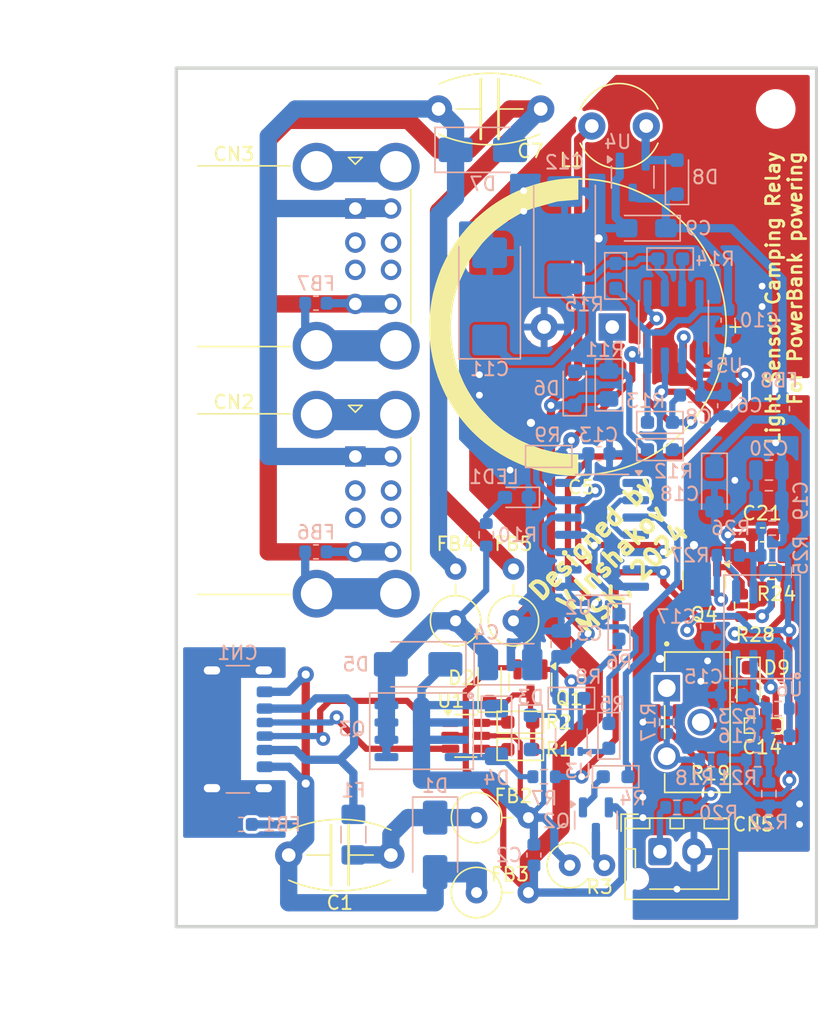
<source format=kicad_pcb>
(kicad_pcb (version 20240108) (generator "pcbnew") (generator_version "8.0")
  (layers (0 "F.Cu" signal) (31 "B.Cu" signal) (34 "B.Paste" user) (35 "F.Paste" user) (36 "B.SilkS" user "B.Silkscreen") (37 "F.SilkS" user "F.Silkscreen") (38 "B.Mask" user) (39 "F.Mask" user) (44 "Edge.Cuts" user))
  (net 0 "")
  (net 1 "GNDE")
  (net 2 "/SH-NET")
  (net 3 "Net-(CN1-VBUS-PadA9)")
  (net 4 "Net-(CN1-CC1)")
  (net 5 "Net-(CN1-CC2)")
  (net 6 "Net-(D3-A)")
  (net 7 "Net-(LED1-A)")
  (net 8 "Net-(Q2-C)")
  (net 9 "Net-(Q2-B)")
  (net 10 "Net-(D1-A2)")
  (net 11 "Net-(D1-A1)")
  (net 12 "Net-(D2-A1)")
  (net 13 "Net-(D3-K)")
  (net 14 "VCC")
  (net 15 "Net-(D5-A2)")
  (net 16 "Net-(D6-A)")
  (net 17 "Net-(U5-TR)")
  (net 18 "Net-(CN2-VBUS1)")
  (net 19 "Net-(CN2-GND1)")
  (net 20 "Net-(U5-CV)")
  (net 21 "Net-(Q4-C)")
  (net 22 "Net-(Q4-B)")
  (net 23 "Net-(D8-A)")
  (net 24 "Net-(U5-THR)")
  (net 25 "Net-(R19-S)")
  (net 26 "Net-(D9-A1)")
  (net 27 "Net-(U6.1-+)")
  (net 28 "Net-(U6.1-V+)")
  (net 29 "Net-(U6.2-+)")
  (net 30 "Net-(CN2-Shield)")
  (net 31 "Net-(CN3-Shield)")
  (net 32 "Net-(CN5-Pin_1)")
  (net 33 "Net-(D4-A)")
  (net 34 "/~{LOAD_ON}")
  (net 35 "Net-(Q1-G)")
  (net 36 "Net-(R1-Pad1)")
  (net 37 "Net-(R2-Pad1)")
  (net 38 "Net-(R4-Pad1)")
  (net 39 "Net-(R5-Pad1)")
  (net 40 "Net-(R6-Pad2)")
  (net 41 "Net-(R8-Pad1)")
  (net 42 "Net-(U5-DIS)")
  (net 43 "Net-(R19-E)")
  (net 44 "Net-(R19-A)")
  (net 45 "Net-(U6.2--)")
  (net 46 "Net-(U5-Q)")
  (net 47 "Net-(U2-Pad10)")
  (net 48 "Net-(U2-Pad1)")
  (net 49 "Net-(C16-Pad2)")
  (footprint "Resistor_SMD:R_0603_1608Metric" (layer "F.Cu") (at 122.75 80 180)
    (property "Reference" "R24")
    (property "Value" "100k" (hide yes))
  )
  (footprint "Connector_JST:JST_XH_B2B-XH-AM_1x02_P2.50mm_Vertical" (layer "F.Cu") (at 114.5 100.5)
    (property "Reference" "CN5")
    (property "Value" "B2B-XH-A" (hide yes))
  )
  (footprint "Package_TO_SOT_SMD:SOT-23" (layer "F.Cu") (at 117.75 80.5625 -90)
    (property "Reference" "Q4")
    (property "Value" "BC847" (hide yes))
  )
  (footprint "lib:USB_A_DUAL_PORT_Horizontal_Stacked" (layer "F.Cu") (at 92.142316 71.499998)
    (property "Reference" "CN2")
    (property "Value" "907-152A1022D10200" (hide yes))
  )
  (footprint "MountingHole:MountingHole_2.5mm" (layer "F.Cu") (at 123 46)
    (property "Reference" "MH1" (hide yes))
    (property "Value" "MountingHole_2.5mm" (hide yes))
  )
  (footprint "MountingHole:MountingHole_2.5mm" (layer "F.Cu") (at 82 103)
    (property "Reference" "MH3" (hide yes))
    (property "Value" "MountingHole_2.5mm" (hide yes))
  )
  (footprint "PCM_Capacitor_THT_AKL:C_Disc_D7.5mm_W5.0mm_P7.50mm" (layer "F.Cu") (at 94.75 100.75 180)
    (property "Reference" "C1")
    (property "Value" "2n2" (hide yes))
  )
  (footprint "lib:C_0603_3-terminal" (layer "F.Cu") (at 122.1 91.25)
    (property "Reference" "C14")
    (property "Value" "0.1" (hide yes))
  )
  (footprint "lib:USB_A_DUAL_PORT_Horizontal_Stacked" (layer "F.Cu") (at 92.142316 53.303946)
    (property "Reference" "CN3")
    (property "Value" "907-152A1022D10200" (hide yes))
  )
  (footprint "PCM_Ferrite_THT_AKL:Ferrite_L8.0mm_D3.5mm_P3.81mm_Vertical" (layer "F.Cu") (at 99.5 83.56 90)
    (property "Reference" "FB4")
    (property "Value" "XRRH3.5*8.0*0.8" (hide yes))
  )
  (footprint "Resistor_THT:R_Axial_DIN0309_L9.0mm_D3.2mm_P2.54mm_Vertical" (layer "F.Cu") (at 107.88 101.5)
    (property "Reference" "R3")
    (property "Value" "43" (hide yes))
  )
  (footprint "Capacitor_SMD:C_0603_1608Metric" (layer "F.Cu") (at 122.025 77.25)
    (property "Reference" "C21")
    (property "Value" "56" (hide yes))
  )
  (footprint "Package_TO_SOT_SMD:SOT-23-6" (layer "F.Cu") (at 100.25 92)
    (property "Reference" "U1")
    (property "Value" "USBLC6-2SC6" (hide yes))
  )
  (footprint "PCM_Ferrite_THT_AKL:Ferrite_L8.0mm_D3.5mm_P3.81mm_Vertical" (layer "F.Cu") (at 103.75 83.56 90)
    (property "Reference" "FB5")
    (property "Value" "XRRH3.5*8.0*0.8" (hide yes))
  )
  (footprint "lib:TRIM_PTN10-A01HB20" (layer "F.Cu") (at 117.5 91 -90)
    (property "Reference" "R19")
    (property "Value" "200k" (hide yes))
  )
  (footprint "PCM_Capacitor_THT_AKL:C_Disc_D7.5mm_W5.0mm_P7.50mm" (layer "F.Cu") (at 98.25 46)
    (property "Reference" "C7")
    (property "Value" "2n2" (hide yes))
  )
  (footprint "PCM_Ferrite_THT_AKL:Ferrite_L8.0mm_D3.5mm_P3.81mm_Vertical" (layer "F.Cu") (at 101.0395 98)
    (property "Reference" "FB2")
    (property "Value" "XRRH3.5*8.0*0.8" (hide yes))
  )
  (footprint "PCM_Ferrite_THT_AKL:Ferrite_L8.0mm_D3.5mm_P3.81mm_Vertical" (layer "F.Cu") (at 101.0395 103.5)
    (property "Reference" "FB3")
    (property "Value" "XRRH3.5*8.0*0.8" (hide yes))
  )
  (footprint "PCM_Resistor_SMD_AKL:R_0603_1608Metric_Pad0.98x0.95mm" (layer "F.Cu") (at 104.25 93)
    (property "Reference" "R1")
    (property "Value" "5.1k 1%" (hide yes))
  )
  (footprint "PCM_Resistor_SMD_AKL:R_0603_1608Metric_Pad0.98x0.95mm" (layer "F.Cu") (at 104.25 91)
    (property "Reference" "R2")
    (property "Value" "5.1k 1%" (hide yes))
  )
  (footprint "Resistor_SMD:R_0603_1608Metric" (layer "F.Cu") (at 120.5 82.425 -90)
    (property "Reference" "R28")
    (property "Value" "10k" (hide yes))
  )
  (footprint "lib:Eaton_KR-5R5C155" (layer "F.Cu") (at 111 62 180)
    (property "Reference" "C5")
    (property "Value" "1.5Fx5.5V" (hide yes))
  )
  (footprint "MountingHole:MountingHole_2.5mm" (layer "F.Cu") (at 123 103)
    (property "Reference" "MH1" (hide yes))
    (property "Value" "MountingHole_2.5mm" (hide yes))
  )
  (footprint "MountingHole:MountingHole_2.5mm" (layer "F.Cu") (at 82 46)
    (property "Reference" "MH1" (hide yes))
    (property "Value" "MountingHole_2.5mm" (hide yes))
  )
  (footprint "Diode_SMD:D_SOD-323_HandSoldering" (layer "F.Cu") (at 121 88.25 -90)
    (property "Reference" "D9")
    (property "Value" "SD05" (hide yes))
  )
  (footprint "Inductor_THT:L_Radial_D6.0mm_P4.00mm" (layer "F.Cu") (at 109.5 47.25)
    (property "Reference" "L1")
    (property "Value" "47uH" (hide yes))
  )
  (footprint "Package_TO_SOT_SMD:SOT-23" (layer "F.Cu") (at 105 88.0625 -90)
    (property "Reference" "Q1")
    (property "Value" "FDV301N" (hide yes))
  )
  (footprint "Diode_SMD:D_SOD-323_HandSoldering" (layer "F.Cu") (at 102 88.25 90)
    (property "Reference" "D2")
    (property "Value" "SD05" (hide yes))
  )
  (footprint "PCM_Resistor_SMD_AKL:R_0603_1608Metric_Pad0.98x0.95mm" (layer "B.Cu") (at 106.3375 71.5)
    (property "Reference" "R9")
    (property "Value" "100k" (hide yes))
  )
  (footprint "Package_TO_SOT_SMD:SOT-363_SC-70-6" (layer "B.Cu") (at 108 92.2 90)
    (property "Reference" "U3")
    (property "Value" "SI1865DDL" (hide yes))
  )
  (footprint "Inductor_SMD:L_0603_1608Metric" (layer "B.Cu") (at 89.25 78.5 180)
    (property "Reference" "FB6")
    (property "Value" "BLM18AG601SN1D" (hide yes))
  )
  (footprint "Package_TO_SOT_SMD:SOT-23-3" (layer "B.Cu") (at 112.5 51 -90)
    (property "Reference" "U4")
    (property "Value" "ME2108A50M" (hide yes))
  )
  (footprint "Diode_SMD:D_SMA" (layer "B.Cu") (at 101.5 49)
    (property "Reference" "D7")
    (property "Value" "SMAJ6.0A" (hide yes))
  )
  (footprint "Capacitor_SMD:C_0603_1608Metric" (layer "B.Cu") (at 119.75 89 180)
    (property "Reference" "C15")
    (property "Value" "0.1" (hide yes))
  )
  (footprint "Diode_SMD:D_SOD-323_HandSoldering" (layer "B.Cu") (at 108.25 66.5 90)
    (property "Reference" "D6")
    (property "Value" "BAT20J" (hide yes))
  )
  (footprint "Diode_SMD:D_SMA" (layer "B.Cu") (at 98 100 -90)
    (property "Reference" "D1")
    (property "Value" "SMAJ6.0A" (hide yes))
  )
  (footprint "Resistor_SMD:R_0603_1608Metric" (layer "B.Cu") (at 122.75 78.75 180)
    (property "Reference" "R25")
    (property "Value" "120k" (hide yes))
  )
  (footprint "Capacitor_Tantalum_SMD:CP_EIA-7343-31_Kemet-D_Pad2.25x2.55mm_HandSolder" (layer "B.Cu") (at 102 59.75 90)
    (property "Reference" "C11")
    (property "Value" "470uFx6.3V" (hide yes))
  )
  (footprint "Capacitor_Tantalum_SMD:CP_EIA-7343-31_Kemet-D_Pad2.25x2.55mm_HandSolder" (layer "B.Cu") (at 107.5 55.25 90)
    (property "Reference" "C12")
    (property "Value" "470uFx6.3V" (hide yes))
  )
  (footprint "Capacitor_SMD:C_0805_2012Metric" (layer "B.Cu") (at 122.5 72.5)
    (property "Reference" "C20")
    (property "Value" "10uF" (hide yes))
  )
  (footprint "Resistor_SMD:R_0603_1608Metric" (layer "B.Cu") (at 115 91 90)
    (property "Reference" "R17")
    (property "Value" "1.8M" (hide yes))
  )
  (footprint "PCM_Resistor_SMD_AKL:R_0603_1608Metric_Pad0.98x0.95mm" (layer "B.Cu") (at 115.25 57 180)
    (property "Reference" "R14")
    (property "Value" "22" (hide yes))
  )
  (footprint "PCM_Resistor_SMD_AKL:R_0603_1608Metric_Pad0.98x0.95mm" (layer "B.Cu") (at 114.5 71)
    (property "Reference" "R12")
    (property "Value" "2.7k" (hide yes))
  )
  (footprint "Resistor_SMD:R_0603_1608Metric" (layer "B.Cu") (at 122.75 76.75)
    (property "Reference" "R26")
    (property "Value" "560k" (hide yes))
  )
  (footprint "PCM_Resistor_SMD_AKL:R_0603_1608Metric_Pad0.98x0.95mm" (layer "B.Cu") (at 111.25 95 180)
    (property "Reference" "R4")
    (property "Value" "2.7k" (hide yes))
  )
  (footprint "Package_SO:SOIC-14_3.9x8.7mm_P1.27mm" (layer "B.Cu") (at 110.25 77.25 180)
    (property "Reference" "U2")
    (property "Value" "CD4011UBM" (hide yes))
  )
  (footprint "Inductor_SMD:L_0603_1608Metric" (layer "B.Cu") (at 123.5 68 -90)
    (property "Reference" "FB8")
    (property "Value" "BLM18AG601SN1D" (hide yes))
  )
  (footprint "Resistor_SMD:R_0603_1608Metric" (layer "B.Cu") (at 118.25 93.75 180)
    (property "Reference" "R18")
    (property "Value" "180k 1%" (hide yes))
  )
  (footprint "PCM_Resistor_SMD_AKL:R_0603_1608Metric_Pad0.98x0.95mm" (layer "B.Cu") (at 111.25 58.25 -90)
    (property "Reference" "R15")
    (property "Value" "1.2M" (hide yes))
  )
  (footprint "Diode_SMD:D_SOD-323_HandSoldering" (layer "B.Cu") (at 105 91.75 -90)
    (property "Reference" "D3")
    (property "Value" "BAT20J" (hide yes))
  )
  (footprint "Capacitor_SMD:C_0603_1608Metric" (layer "B.Cu") (at 110.025 71.29)
    (property "Reference" "C13")
    (property "Value" "0.1" (hide yes))
  )
  (footprint "Fuse:Fuse_1206_3216Metric_Pad1.42x1.75mm_HandSolder" (layer "B.Cu") (at 92 99.25 -90)
    (property "Reference" "F1")
    (property "Value" "4A" (hide yes))
  )
  (footprint "Package_SO:SOIC-8_3.9x4.9mm_P1.27mm" (layer "B.Cu") (at 115.5 62 90)
    (property "Reference" "U5")
    (property "Value" "TLC555DTR" (hide yes))
  )
  (footprint "Diode_SMD:D_MiniMELF" (layer "B.Cu") (at 102.5 91.75 -90)
    (property "Reference" "D4")
    (property "Value" "BZV55C6V8" (hide yes))
  )
  (footprint "Resistor_SMD:R_0603_1608Metric" (layer "B.Cu") (at 123.175 90)
    (property "Reference" "R23")
    (property "Value" "1.2M" (hide yes))
  )
  (footprint "Diode_SMD:D_SMA" (layer "B.Cu") (at 96.75 86.75 180)
    (property "Reference" "D5")
    (property "Value" "SMAJ6.0A" (hide yes))
  )
  (footprint "PCM_Resistor_SMD_AKL:R_0603_1608Metric_Pad0.98x0.95mm" (layer "B.Cu") (at 108 89.25 180)
    (property "Reference" "R8")
    (property "Value" "10k" (hide yes))
  )
  (footprint "Capacitor_SMD:C_0603_1608Metric" (layer "B.Cu") (at 116.75 67)
    (property "Reference" "C8")
    (property "Value" "10n" (hide yes))
  )
  (footprint "Resistor_SMD:R_0603_1608Metric" (layer "B.Cu") (at 101.75 77.25 90)
    (property "Reference" "R10")
    (property "Value" "10k" (hide yes))
  )
  (footprint "PCM_Package_SO_AKL:SO-8_3.9x4.9mm_P1.27mm" (layer "B.Cu") (at 97 91.655 180)
    (property "Reference" "Q3")
    (property "Value" "IRF7404" (hide yes))
  )
  (footprint "Capacitor_SMD:C_0603_1608Metric" (layer "B.Cu") (at 123.25 92)
    (property "Reference" "C16")
    (property "Value" "56" (hide yes))
  )
  (footprint "Resistor_SMD:R_0603_1608Metric" (layer "B.Cu") (at 106 95)
    (property "Reference" "R7")
    (property "Value" "2.2k" (hide yes))
  )
  (footprint "Capacitor_SMD:C_0603_1608Metric" (layer "B.Cu") (at 118 83.975 -90)
    (property "Reference" "C17")
    (property "Value" "0.1" (hide yes))
  )
  (footprint "Resistor_SMD:R_0603_1608Metric" (layer "B.Cu") (at 119.5 78.75 180)
    (property "Reference" "R27")
    (property "Value" "10k" (hide yes))
  )
  (footprint "Capacitor_SMD:C_0603_1608Metric" (layer "B.Cu") (at 105.25 100.75 -90)
    (property "Reference" "C2")
    (property "Value" "0.1" (hide yes))
  )
  (footprint "Inductor_SMD:L_0603_1608Metric" (layer "B.Cu") (at 89.25 60.25 180)
    (property "Reference" "FB7")
    (property "Value" "BLM18AG601SN1D" (hide yes))
  )
  (footprint "Package_TO_SOT_SMD:SOT-23" (layer "B.Cu") (at 109.8 98.1875 -90)
    (property "Reference" "Q2")
    (property "Value" "BC817" (hide yes))
  )
  (footprint "PCM_Package_SO_AKL:SO-8_3.9x4.9mm_P1.27mm" (layer "B.Cu") (at 122 84 90)
    (property "Reference" "U6")
    (property "Value" "LMV358ID" (hide yes))
  )
  (footprint "Capacitor_SMD:C_0805_2012Metric" (layer "B.Cu") (at 107.25 85.25 90)
    (property "Reference" "C3")
    (property "Value" "1uF" (hide yes))
  )
  (footprint "Capacitor_SMD:C_0805_2012Metric" (layer "B.Cu") (at 122.5 74.75)
    (property "Reference" "C19")
    (property "Value" "10uF" (hide yes))
  )
  (footprint "Capacitor_Tantalum_SMD:CP_EIA-3216-12_Kemet-S_Pad1.58x1.35mm_HandSolder" (layer "B.Cu") (at 113.5 54.75 180)
    (property "Reference" "C9")
    (property "Value" "10uFx10V" (hide yes))
  )
  (footprint "Capacitor_Tantalum_SMD:CP_EIA-3528-15_AVX-H_Pad1.50x2.35mm_HandSolder" (layer "B.Cu") (at 103.5 86.75)
    (property "Reference" "C4")
    (property "Value" "100uFx10V" (hide yes))
  )
  (footprint "Inductor_SMD:L_0603_1608Metric" (layer "B.Cu") (at 83.75 98.5 180)
    (property "Reference" "FB1")
    (property "Value" "BLM18AG601SN1D" (hide yes))
  )
  (footprint "Capacitor_SMD:C_0603_1608Metric" (layer "B.Cu") (at 119.5 61.5 90)
    (property "Reference" "C10")
    (property "Value" "0.1" (hide yes))
  )
  (footprint "Capacitor_SMD:C_0603_1608Metric" (layer "B.Cu") (at 119.25 67.775 90)
    (property "Reference" "C6")
    (property "Value" "10n" (hide yes))
  )
  (footprint "PCM_Resistor_SMD_AKL:R_0603_1608Metric_Pad0.98x0.95mm" (layer "B.Cu") (at 110.75 92 90)
    (property "Reference" "R5")
    (property "Value" "560" (hide yes))
  )
  (footprint "Diode_SMD:D_SOD-323_HandSoldering" (layer "B.Cu") (at 115.75 51 90)
    (property "Reference" "D8")
    (property "Value" "BAT20J" (hide yes))
  )
  (footprint "Resistor_SMD:R_0603_1608Metric" (layer "B.Cu") (at 122.5 96.25 -90)
    (property "Reference" "R22")
    (property "Value" "100k 1%" (hide yes))
  )
  (footprint "Capacitor_Tantalum_SMD:CP_EIA-3216-10_Kemet-I_Pad1.58x1.35mm_HandSolder" (layer "B.Cu") (at 118.5 73.75 -90)
    (property "Reference" "C18")
    (property "Value" "10uFx10V" (hide yes))
  )
  (footprint "LED_SMD:LED_0603_1608Metric_Pad1.05x0.95mm_HandSolder" (layer "B.Cu") (at 104 74.5 180)
    (property "Reference" "LED1")
    (property "Value" "TO-1608BC-MYF" (hide yes))
  )
  (footprint "Resistor_SMD:R_0603_1608Metric" (layer "B.Cu") (at 121.675 93.75)
    (property "Reference" "R21")
    (property "Value" "82k 1%" (hide yes))
  )
  (footprint "PCM_Resistor_SMD_AKL:R_0805_2012Metric_Pad1.15x1.40mm" (layer "B.Cu") (at 110.75 66.25 90)
    (property "Reference" "R11")
    (property "Value" "10" (hide yes))
  )
  (footprint "Connector_USB:USB_C_Receptacle_GCT_USB4125-xx-x-0190_6P_TopMnt_Horizontal" (layer "B.Cu") (at 82.419 91.52 90)
    (property "Reference" "CN1")
    (property "Value" "U262-061N-4BVC11" (hide yes))
  )
  (footprint "PCM_Resistor_SMD_AKL:R_0603_1608Metric_Pad0.98x0.95mm" (layer "B.Cu") (at 114.5 69 180)
    (property "Reference" "R13")
    (property "Value" "680k" (hide yes))
  )
  (footprint "PCM_Resistor_SMD_AKL:R_0603_1608Metric_Pad0.98x0.95mm" (layer "B.Cu") (at 111.5 84 90)
    (property "Reference" "R6")
    (property "Value" "2.7k" (hide yes))
  )
  (footprint "Resistor_SMD:R_0603_1608Metric" (layer "B.Cu") (at 115.75 97.25 180)
    (property "Reference" "R20")
    (property "Value" "10k 1%" (hide yes))
  )
  (gr_line (start 126 43) (end 126 106) (stroke (width 0.25)) (layer "Edge.Cuts"))
  (gr_line (start 126 106) (end 79 106) (stroke (width 0.25)) (layer "Edge.Cuts"))
  (gr_line (start 79 43) (end 79 106) (stroke (width 0.25)) (layer "Edge.Cuts"))
  (gr_line (start 79 43) (end 126 43) (stroke (width 0.25)) (layer "Edge.Cuts"))
  (gr_text "Light Sensor Camping Relay\nFor PowerBank powering" (at 125 49 90) (layer "F.SilkS") (effects (font (size 1 1) (thickness 0.2) (bold yes)) (justify right bottom)))
  (gr_text "Designed by\nV.Inshakov\nMSK, 2024" (at 113 81 45) (layer "F.SilkS") (effects (font (size 1.3 1.3) (thickness 0.3048) (bold yes)) (justify bottom)))
  (segment (start 104.8495 103.5) (end 104.8495 101.1505) (width 1.27) (layer "F.Cu") (net 1))
  (segment (start 107.25 93) (end 109.676711 90.573289) (width 1.27) (layer "F.Cu") (net 1))
  (segment (start 119.5 63.75) (end 120.75 63.75) (width 0.6096) (layer "F.Cu") (net 1))
  (segment (start 103.925 87) (end 102 87) (width 0.381) (layer "F.Cu") (net 1))
  (segment (start 121 89.5) (end 121 89.6) (width 0.4572) (layer "F.Cu") (net 1))
  (segment (start 122 65) (end 122 73) (width 0.6096) (layer "F.Cu") (net 1))
  (segment (start 116.8 78.2) (end 117 78) (width 0.4572) (layer "F.Cu") (net 1))
  (segment (start 105.986711 83.56) (end 103.75 83.56) (width 1.27) (layer "F.Cu") (net 1))
  (segment (start 104.75 68.75) (end 104.75 63.25) (width 0.6096) (layer "F.Cu") (net 1))
  (segment (start 113.642797 86.357203) (end 114.509391 86.357203) (width 0.6096) (layer "F.Cu") (net 1))
  (segment (start 100.25 92) (end 100.25 88.75) (width 0.4572) (layer "F.Cu") (net 1))
  (segment (start 110 55.5) (end 111.25 55.5) (width 0.6096) (layer "F.Cu") (net 1))
  (segment (start 105.5 81.81) (end 103.75 83.56) (width 0.6096) (layer "F.Cu") (net 1))
  (segment (start 103 97.25) (end 103 101.6505) (width 0.4572) (layer "F.Cu") (net 1))
  (segment (start 104.05 87.125) (end 103.925 87) (width 0.381) (layer "F.Cu") (net 1))
  (segment (start 109.676711 90.573289) (end 109.676711 87.25) (width 1.27) (layer "F.Cu") (net 1))
  (segment (start 100.25 94.5) (end 103 97.25) (width 0.4572) (layer "F.Cu") (net 1))
  (segment (start 109.676711 87.25) (end 105.986711 83.56) (width 1.27) (layer "F.Cu") (net 1))
  (segment (start 100.25 92) (end 100.25 94.5) (width 0.4572) (layer "F.Cu") (net 1))
  (segment (start 99.1125 92) (end 100.25 92) (width 0.4572) (layer "F.Cu") (net 1))
  (segment (start 105.0327 69.0327) (end 104.75 68.75) (width 0.6096) (layer "F.Cu") (net 1))
  (segment (start 105.5 69.5) (end 105.5 81.81) (width 0.6096) (layer "F.Cu") (net 1))
  (segment (start 100.25 88.75) (end 102 87) (width 0.4572) (layer "F.Cu") (net 1))
  (segment (start 118 86.5) (end 114.509391 86.357203) (width 0.4572) (layer "F.Cu") (net 1))
  (segment (start 117.857203 86.357203) (end 118 86.5) (width 0.4572) (layer "F.Cu") (net 1))
  (segment (start 107.25 98.75) (end 107.25 93) (width 1.27) (layer "F.Cu") (net 1))
  (segment (start 104.8495 101.1505) (end 107.25 98.75) (width 1.27) (layer "F.Cu") (net 1))
  (segment (start 120.75 63.75) (end 122 65) (width 0.6096) (layer "F.Cu") (net 1))
  (segment (start 111.25 55.5) (end 119.5 63.75) (width 0.6096) (layer "F.Cu") (net 1))
  (segment (start 122 73) (end 117 78) (width 0.6096) (layer "F.Cu") (net 1))
  (segment (start 103 101.6505) (end 104.8495 103.5) (width 0.4572) (layer "F.Cu") (net 1))
  (segment (start 116.8 79.625) (end 116.8 78.2) (width 0.4572) (layer "F.Cu") (net 1))
  (segment (start 105.0327 69.0327) (end 105.5 69.5) (width 0.6096) (layer "F.Cu") (net 1))
  (via (at 101.25 65.5) (size 1.016) (drill 0.5) (layers "F.Cu" "B.Cu") (net 1))
  (via (at 120 73.25) (size 1.016) (drill 0.5) (layers "F.Cu" "B.Cu") (net 1))
  (via (at 124.75 97) (size 1.016) (drill 0.5) (layers "F.Cu" "B.Cu") (net 1))
  (via (at 122 59) (size 1.016) (drill 0.5) (layers "F.Cu" "B.Cu") (net 1))
  (via (at 117 78) (size 1.1938) (drill 0.6) (layers "F.Cu" "B.Cu") (net 1))
  (via (at 115.75 103.25) (size 1.016) (drill 0.5) (layers "F.Cu" "B.Cu") (net 1))
  (via (at 105.0327 69.0327) (size 1.1938) (drill 0.6) (layers "F.Cu" "B.Cu") (net 1))
  (via (at 118 86.5) (size 1.016) (drill 0.5) (layers "F.Cu" "B.Cu") (net 1))
  (via (at 122 60.5) (size 1.016) (drill 0.5) (layers "F.Cu" "B.Cu") (net 1))
  (via (at 119.5 63.75) (size 1.1938) (drill 0.6) (layers "F.Cu" "B.Cu") (net 1))
  (via (at 113.25 91) (size 1.016) (drill 0.5) (layers "F.Cu" "B.Cu") (net 1))
  (via (at 103.5 72.5) (size 1.016) (drill 0.5) (layers "F.Cu" "B.Cu") (net 1))
  (via (at 117.5 88) (size 1.016) (drill 0.5) (layers "F.Cu" "B.Cu") (net 1))
  (via (at 123 70.5) (size 1.016) (drill 0.5) (layers "F.Cu" "B.Cu") (net 1))
  (via (at 110 55.5) (size 1.3208) (drill 0.6) (layers "F.Cu" "B.Cu") (net 1))
  (via (at 104.5 53.5) (size 1.016) (drill 0.5) (layers "F.Cu" "B.Cu") (net 1))
  (via (at 101.25 67) (size 1.016) (drill 0.5) (layers "F.Cu" "B.Cu") (net 1))
  (via (at 104.5 52) (size 1.016) (drill 0.5) (layers "F.Cu" "B.Cu") (net 1))
  (via (at 113.25 98) (size 1.016) (drill 0.5) (layers "F.Cu" "B.Cu") (net 1))
  (via (at 113.25 96.5) (size 1.016) (drill 0.5) (layers "F.Cu" "B.Cu") (net 1))
  (via (at 114.509391 86.357203) (size 1.1938) (drill 0.6) (layers "F.Cu" "B.Cu") (net 1))
  (via (at 124.75 98.5) (size 1.016) (drill 0.5) (layers "F.Cu" "B.Cu") (net 1))
  (segment (start 105.0327 69.0327) (end 109.0327 69.0327) (width 0.6096) (layer "B.Cu") (net 1))
  (segment (start 118.975 86.5) (end 118.975 89) (width 0.4572) (layer "B.Cu") (net 1))
  (segment (start 105.125 84.935) (end 103.75 83.56) (width 1.27) (layer "B.Cu") (net 1))
  (segment (start 111.55 49.8625) (end 111.55 50.95) (width 0.6096) (layer "B.Cu") (net 1))
  (segment (start 108.211017 83.338983) (end 107.25 84.3) (width 0.381) (layer "B.Cu") (net 1))
  (segment (start 111.75 97.75) (end 111.25 97.25) (width 0.6096) (layer "B.Cu") (net 1))
  (segment (start 110.25 77) (end 110.25 75) (width 0.4572) (layer "B.Cu") (net 1))
  (segment (start 121 70.75) (end 120.25 71.5) (width 0.6096) (layer "B.Cu") (net 1))
  (segment (start 110.3773 77.1273) (end 110.75 77.5) (width 0.508) (layer "B.Cu") (net 1))
  (segment (start 117 78) (end 117 76.6875) (width 0.6096) (layer "B.Cu") (net 1))
  (segment (start 122.75 70.5) (end 123 70.75) (width 0.6096) (layer "B.Cu") (net 1))
  (segment (start 111.25 53.9375) (end 112.0625 54.75) (width 0.6096) (layer "B.Cu") (net 1))
  (segment (start 111.25 97.25) (end 110.75 97.25) (width 0.6096) (layer "B.Cu") (net 1))
  (segment (start 107.5 52.05) (end 109.05 52.05) (width 0.6096) (layer "B.Cu") (net 1))
  (segment (start 117 81.25) (end 117 78) (width 0.6096) (layer "B.Cu") (net 1))
  (segment (start 110.75 91.0875) (end 110.75 87.75) (width 0.381) (layer "B.Cu") (net 1))
  (segment (start 123.45 71.2) (end 123 70.75) (width 0.6096) (layer "B.Cu") (net 1))
  (segment (start 123.45 72.5) (end 123.45 71.2) (width 0.6096) (layer "B.Cu") (net 1))
  (segment (start 123.575 76.75) (end 123.575 74.875) (width 0.6096) (layer "B.Cu") (net 1))
  (segment (start 123.575 74.875) (end 123.45 74.75) (width 0.6096) (layer "B.Cu") (net 1))
  (segment (start 110.75 103.5) (end 111.75 102.5) (width 0.6096) (layer "B.Cu") (net 1))
  (segment (start 110.25 75) (end 110.8 74.45) (width 0.4572) (layer "B.Cu") (net 1))
  (segment (start 123 70.75) (end 123 70.5) (width 0.6096) (layer "B.Cu") (net 1))
  (segment (start 111.55 50.95) (end 111.25 51.25) (width 0.6096) (layer "B.Cu") (net 1))
  (segment (start 110.360065 84) (end 109.699048 83.338983) (width 0.381) (layer "B.Cu") (net 1))
  (segment (start 109.05 52.05) (end 110 53) (width 0.6096) (layer "B.Cu") (net 1))
  (segment (start 114.509391 83.740609) (end 117 81.25) (width 0.6096) (layer "B.Cu") (net 1))
  (segment (start 104.8495 103.5) (end 105.25 103.5) (width 0.6096) (layer "B.Cu") (net 1))
  (segment (start 112.75 85.75) (end 112.75 84.775768) (width 0.381) (layer "B.Cu") (net 1))
  (segment (start 111.75 102.5) (end 111.75 97.75) (width 0.6096) (layer "B.Cu") (net 1))
  (segment (start 109.699048 83.338983) (end 108.211017 83.338983) (width 0.381) (layer "B.Cu") (net 1))
  (segment (start 112.0625 54.75) (end 110 54.75) (width 0.6096) (layer "B.Cu") (net 1))
  (segment (start 123.45 74.75) (end 123.45 72.5) (width 0.6096) (layer "B.Cu") (net 1))
  (segment (start 105.25 82.06) (end 103.75 83.56) (width 0.4572) (layer "B.Cu") (net 1))
  (segment (start 111.974232 84) (end 110.360065 84) (width 0.381) (layer "B.Cu") (net 1))
  (segment (start 123 70.5) (end 122.75 70.5) (width 0.6096) (layer "B.Cu") (net 1))
  (segment (start 114.509391 86.357203) (end 114.509391 83.740609) (width 0.6096) (layer "B.Cu") (net 1))
  (segment (start 110.3773 77.1273) (end 110.25 77) (width 0.4572) (layer "B.Cu") (net 1))
  (segment (start 111.25 51.25) (end 111.25 53.9375) (width 0.6096) (layer "B.Cu") (net 1))
  (segment (start 111.750001 81.06) (end 112.725 81.06) (width 0.508) (layer "B.Cu") (net 1))
  (segment (start 105.5 83.56) (end 103.75 83.56) (width 0.6096) (layer "B.Cu") (net 1))
  (segment (start 123 70.75) (end 121 70.75) (width 0.6096) (layer "B.Cu") (net 1))
  (segment (start 112.75 84.775768) (end 111.974232 84) (width 0.381) (layer "B.Cu") (net 1))
  (segment (start 104.875 74.5) (end 104.875 78.125) (width 0.4572) (layer "B.Cu") (net 1))
  (segment (start 117.525 67) (end 119.25 67) (width 0.6096) (layer "B.Cu") (net 1))
  (segment (start 110.75 80.059999) (end 111.750001 81.06) (width 0.508) (layer "B.Cu") (net 1))
  (segment (start 117.405 64.475) (end 117.405 63.095) (width 0.4572) (layer "B.Cu") (net 1))
  (segment (start 120.095 86.575) (end 118.975 86.575) (width 0.4572) (layer "B.Cu") (net 1))
  (segment (start 104.875 78.125) (end 105.25 78.5) (width 0.4572) (layer "B.Cu") (net 1))
  (segment (start 105.25 78.5) (end 105.25 82.06) (width 0.4572) (layer "B.Cu") (net 1))
  (segment (start 114.509391 86.357203) (end 116.392797 86.357203) (width 0.4572) (layer "B.Cu") (net 1))
  (segment (start 105.25 103.5) (end 105.25 101.525) (width 0.6096) (layer "B.Cu") (net 1))
  (segment (start 104.8495 103.5) (end 110.75 103.5) (width 0.6096) (layer "B.Cu") (net 1))
  (segment (start 105.125 86.75) (end 105.125 84.935) (width 1.27) (layer "B.Cu") (net 1))
  (segment (start 110 53) (end 110 55.5) (width 0.6096) (layer "B.Cu") (net 1))
  (segment (start 117.405 63.095) (end 118.225 62.275) (width 0.4572) (layer "B.Cu") (net 1))
  (segment (start 110.75 77.5) (end 110.75 80.059999) (width 0.508) (layer "B.Cu") (net 1))
  (segment (start 110.8 74.45) (end 110.8 71.29) (width 0.4572) (layer "B.Cu") (net 1))
  (segment (start 110.75 87.75) (end 112.75 85.75) (width 0.381) (layer "B.Cu") (net 1))
  (segment (start 81.619 98.5) (end 81.619 95.84) (width 0.6096) (layer "B.Cu") (net 2))
  (segment (start 82.9625 98.5) (end 81.619 98.5) (width 0.6096) (layer "B.Cu") (net 2))
  (segment (start 85.499 93.04) (end 87.75 93.04) (width 0.6096) (layer "B.Cu") (net 3))
  (segment (start 92 94.729684) (end 91.025 93.754684) (width 0.6096) (layer "B.Cu") (net 3))
  (segment (start 85.499 90) (end 88.5 90) (width 0.6096) (layer "B.Cu") (net 3))
  (segment (start 91.5 89.25) (end 92.050015 89.800015) (width 0.6096) (layer "B.Cu") (net 3))
  (segment (start 92.050015 92.729669) (end 91.025 93.754684) (width 0.6096) (layer "B.Cu") (net 3))
  (segment (start 92.050015 89.800015) (end 92.050015 92.729669) (width 0.6096) (layer "B.Cu") (net 3))
  (segment (start 89.25 89.25) (end 91.5 89.25) (width 0.6096) (layer "B.Cu") (net 3))
  (segment (start 92 97.7625) (end 92 94.729684) (width 0.6096) (layer "B.Cu") (net 3))
  (segment (start 88.464684 93.754684) (end 91.025 93.754684) (width 0.6096) (layer "B.Cu") (net 3))
  (segment (start 88.5 90) (end 89.25 89.25) (width 0.6096) (layer "B.Cu") (net 3))
  (segment (start 87.75 93.04) (end 88.464684 93.754684) (width 0.6096) (layer "B.Cu") (net 3))
  (segment (start 90.267566 89.433064) (end 95.933064 89.433064) (width 0.4572) (layer "F.Cu") (net 4))
  (segment (start 89.7827 92.2265) (end 89.560815 92.004615) (width 0.4572) (layer "F.Cu") (net 4))
  (segment (start 95.933064 89.433064) (end 97.55 91.05) (width 0.4572) (layer "F.Cu") (net 4))
  (segment (start 89.560815 90.139815) (end 90.267566 89.433064) (width 0.4572) (layer "F.Cu") (net 4))
  (segment (start 89.560815 92.004615) (end 89.560815 90.139815) (width 0.4572) (layer "F.Cu") (net 4))
  (segment (start 97.55 91.05) (end 99.1125 91.05) (width 0.4572) (layer "F.Cu") (net 4))
  (via (at 89.7827 92.2265) (size 1.016) (drill 0.5) (layers "F.Cu" "B.Cu") (net 4))
  (segment (start 89.5762 92.02) (end 85.499 92.02) (width 0.4572) (layer "B.Cu") (net 4))
  (segment (start 89.7827 92.2265) (end 89.5762 92.02) (width 0.4572) (layer "B.Cu") (net 4))
  (segment (start 92.95 92.95) (end 99.1125 92.95) (width 0.4572) (layer "F.Cu") (net 5))
  (segment (start 90.767315 90.639564) (end 90.767315 90.767315) (width 0.4572) (layer "F.Cu") (net 5))
  (segment (start 90.767315 90.767315) (end 92.95 92.95) (width 0.4572) (layer "F.Cu") (net 5))
  (via (at 90.767315 90.639564) (size 1.016) (drill 0.5) (layers "F.Cu" "B.Cu") (net 5))
  (segment (start 90.767315 90.639564) (end 90.386879 91.02) (width 0.4572) (layer "B.Cu") (net 5))
  (segment (start 90.386879 91.02) (end 85.499 91.02) (width 0.4572) (layer "B.Cu") (net 5))
  (segment (start 103.724232 92) (end 104.25 92.525768) (width 0.381) (layer "F.Cu") (net 6))
  (segment (start 104.25 97.4005) (end 104.8495 98) (width 0.381) (layer "F.Cu") (net 6))
  (segment (start 104.25 92.525768) (end 104.25 97.4005) (width 0.381) (layer "F.Cu") (net 6))
  (segment (start 101.3875 92) (end 103.724232 92) (width 0.381) (layer "F.Cu") (net 6))
  (segment (start 97 91) (end 97 89.75) (width 1.27) (layer "B.Cu") (net 6))
  (segment (start 97 92.25) (end 97 91) (width 1.27) (layer "B.Cu") (net 6))
  (segment (start 104.8495 98) (end 105.9687 96.8808) (width 0.381) (layer "B.Cu") (net 6))
  (segment (start 99.575 91.02) (end 97.02 91.02) (width 0.6096) (layer "B.Cu") (net 6))
  (segment (start 99.575 89.75) (end 102.25 89.75) (width 0.6096) (layer "B.Cu") (net 6))
  (segment (start 106.75 98.75) (end 106 98) (width 0.6096) (layer "B.Cu") (net 6))
  (segment (start 105.9687 96.8808) (end 105.9687 93.1813) (width 0.381) (layer "B.Cu") (net 6))
  (segment (start 108 93.15) (end 107.35 93.15) (width 0.381) (layer "B.Cu") (net 6))
  (segment (start 107.88 101.5) (end 106.75 100.37) (width 0.6096) (layer "B.Cu") (net 6))
  (segment (start 97.02 91.02) (end 97 91) (width 0.6096) (layer "B.Cu") (net 6))
  (segment (start 106 98) (end 104.8495 98) (width 0.6096) (layer "B.Cu") (net 6))
  (segment (start 106 93.15) (end 105.15 93.15) (width 0.381) (layer "B.Cu") (net 6))
  (segment (start 99.575 92.29) (end 97.04 92.29) (width 0.6096) (layer "B.Cu") (net 6))
  (segment (start 107.35 93.15) (end 106 93.15) (width 0.381) (layer "B.Cu") (net 6))
  (segment (start 105.15 93.15) (end 105 93) (width 0.381) (layer "B.Cu") (net 6))
  (segment (start 105.25 98) (end 104.8495 98) (width 0.6096) (layer "B.Cu") (net 6))
  (segment (start 98.75 86.75) (end 97 88.5) (width 0.6096) (layer "B.Cu") (net 6))
  (segment (start 104.8495 98) (end 102.0995 95.25) (width 1.27) (layer "B.Cu") (net 6))
  (segment (start 97.04 92.29) (end 97 92.25) (width 0.6096) (layer "B.Cu") (net 6))
  (segment (start 97 88.5) (end 97 89.75) (width 0.6096) (layer "B.Cu") (net 6))
  (segment (start 97 95.25) (end 97 92.25) (width 1.27) (layer "B.Cu") (net 6))
  (segment (start 102.0995 95.25) (end 97 95.25) (width 1.27) (layer "B.Cu") (net 6))
  (segment (start 106.75 100.37) (end 106.75 98.75) (width 0.6096) (layer "B.Cu") (net 6))
  (segment (start 105.25 99.975) (end 105.25 98) (width 0.6096) (layer "B.Cu") (net 6))
  (segment (start 102.25 89.75) (end 102.5 90) (width 0.6096) (layer "B.Cu") (net 6))
  (segment (start 99.575 89.75) (end 97 89.75) (width 0.6096) (layer "B.Cu") (net 6))
  (segment (start 101.75 75.875) (end 103.125 74.5) (width 0.4572) (layer "B.Cu") (net 7))
  (segment (start 101.75 76.425) (end 101.75 75.875) (width 0.4572) (layer "B.Cu") (net 7))
  (segment (start 109.8 99.125) (end 109.8 100.88) (width 0.6096) (layer "B.Cu") (net 8))
  (segment (start 109.8 100.88) (end 110.42 101.5) (width 0.6096) (layer "B.Cu") (net 8))
  (segment (start 109.6898 95.6477) (end 110.3375 95) (width 0.4572) (layer "B.Cu") (net 9))
  (segment (start 108.85 97.25) (end 109.6898 96.4102) (width 0.4572) (layer "B.Cu") (net 9))
  (segment (start 108.85 97.25) (end 108.85 96.9875) (width 0.4572) (layer "B.Cu") (net 9))
  (segment (start 109.6898 96.4102) (end 109.6898 95.6477) (width 0.4572) (layer "B.Cu") (net 9))
  (segment (start 88.5 95) (end 88.5 95.5) (width 0.6096) (layer "F.Cu") (net 10))
  (segment (start 88.5 87.5) (end 88.5 95) (width 0.6096) (layer "F.Cu") (net 10))
  (via (at 88.5 87.5) (size 1.1938) (drill 0.6) (layers "F.Cu" "B.Cu") (net 10))
  (via (at 88.5 95.5) (size 1.1938) (drill 0.6) (layers "F.Cu" "B.Cu") (net 10))
  (segment (start 88.5 99.5) (end 87.25 100.75) (width 1.27) (layer "B.Cu") (net 10))
  (segment (start 87.25 100.75) (end 87.25 104.25) (width 1.27) (layer "B.Cu") (net 10))
  (segment (start 88.5 98.75) (end 88.5 95.5) (width 1.27) (layer "B.Cu") (net 10))
  (segment (start 85.499 88.77) (end 87.23 88.77) (width 0.6096) (layer "B.Cu") (net 10))
  (segment (start 98 102.25) (end 98 102) (width 1.27) (layer "B.Cu") (net 10))
  (segment (start 85.499 94.27) (end 87.27 94.27) (width 0.6096) (layer "B.Cu") (net 10))
  (segment (start 84.5375 98.5) (end 88.5 98.5) (width 0.6096) (layer "B.Cu") (net 10))
  (segment (start 101.0395 103.5) (end 101.0395 102) (width 1.524) (layer "B.Cu") (net 10))
  (segment (start 88.5 98.5) (end 88.5 98.75) (width 0.6096) (layer "B.Cu") (net 10))
  (segment (start 98 104.25) (end 98 102) (width 1.27) (layer "B.Cu") (net 10))
  (segment (start 101.0395 102) (end 98 102) (width 1.524) (layer "B.Cu") (net 10))
  (segment (start 87.23 88.77) (end 88.5 87.5) (width 0.6096) (layer "B.Cu") (net 10))
  (segment (start 87.27 94.27) (end 88.5 95.5) (width 0.6096) (layer "B.Cu") (net 10))
  (segment (start 88.5 98.75) (end 88.5 99.5) (width 1.27) (layer "B.Cu") (net 10))
  (segment (start 87.25 104.25) (end 98 104.25) (width 1.27) (layer "B.Cu") (net 10))
  (segment (start 96 98) (end 98 98) (width 1.27) (layer "B.Cu") (net 11))
  (segment (start 94.7375 100.7375) (end 94.75 100.75) (width 1.27) (layer "B.Cu") (net 11))
  (segment (start 94.75 99.25) (end 96 98) (width 1.27) (layer "B.Cu") (net 11))
  (segment (start 92 100.7375) (end 94.7375 100.7375) (width 1.27) (layer "B.Cu") (net 11))
  (segment (start 101.0395 98) (end 98 98) (width 1.27) (layer "B.Cu") (net 11))
  (segment (start 94.75 100.75) (end 94.75 99.25) (width 1.27) (layer "B.Cu") (net 11))
  (segment (start 103.75 89) (end 105 89) (width 0.381) (layer "F.Cu") (net 12))
  (segment (start 105.1625 93) (end 105.1625 91) (width 0.381) (layer "F.Cu") (net 12))
  (segment (start 105.1625 91) (end 105 90.8375) (width 0.381) (layer "F.Cu") (net 12))
  (segment (start 103.25 89.5) (end 103.75 89) (width 0.381) (layer "F.Cu") (net 12))
  (segment (start 105 90.8375) (end 105 89) (width 0.381) (layer "F.Cu") (net 12))
  (segment (start 102 89.5) (end 103.25 89.5) (width 0.381) (layer "F.Cu") (net 12))
  (segment (start 106.5 81.792303) (end 106.5 67.75) (width 0.6096) (layer "F.Cu") (net 13))
  (segment (start 108.5 65.5) (end 108.5 48.25) (width 0.6096) (layer "F.Cu") (net 13))
  (segment (start 109.21508 84.507383) (end 106.5 81.792303) (width 0.6096) (layer "F.Cu") (net 13))
  (segment (start 106.5 67.75) (end 106.5 67.5) (width 0.6096) (layer "F.Cu") (net 13))
  (segment (start 106.5 67.5) (end 108.5 65.5) (width 0.6096) (layer "F.Cu") (net 13))
  (segment (start 108.5 48.25) (end 109.5 47.25) (width 0.6096) (layer "F.Cu") (net 13))
  (via (at 106.5 67.75) (size 1.016) (drill 0.5) (layers "F.Cu" "B.Cu") (net 13))
  (via (at 109.21508 84.507383) (size 1.016) (drill 0.5) (layers "F.Cu" "B.Cu") (net 13))
  (segment (start 109.21508 84.507383) (end 107.522463 86.2) (width 0.6096) (layer "B.Cu") (net 13))
  (segment (start 106.75 88.9125) (end 106.75 86.7) (width 0.6096) (layer "B.Cu") (net 13))
  (segment (start 107.35 91.25) (end 107.35 90.7625) (width 0.381) (layer "B.Cu") (net 13))
  (segment (start 107.35 90.7625) (end 107.0875 90.5) (width 0.381) (layer "B.Cu") (net 13))
  (segment (start 107.522463 86.2) (end 107.25 86.2) (width 0.6096) (layer "B.Cu") (net 13))
  (segment (start 107.0875 90.5) (end 107.0875 89.25) (width 0.381) (layer "B.Cu") (net 13))
  (segment (start 106.5 67.75) (end 108.25 67.75) (width 0.6096) (layer "B.Cu") (net 13))
  (segment (start 106.75 86.7) (end 107.25 86.2) (width 0.6096) (layer "B.Cu") (net 13))
  (segment (start 110.75 67.275) (end 108.725 67.275) (width 0.6096) (layer "B.Cu") (net 13))
  (segment (start 107.0875 89.25) (end 106.75 88.9125) (width 0.6096) (layer "B.Cu") (net 13))
  (segment (start 108.725 67.275) (end 108.25 67.75) (width 0.6096) (layer "B.Cu") (net 13))
  (segment (start 105 90.5) (end 107.0875 90.5) (width 0.381) (layer "B.Cu") (net 13))
  (segment (start 112.4713 65.8441) (end 112.4713 64) (width 0.4572) (layer "F.Cu") (net 14))
  (segment (start 108 70.3154) (end 112.4713 65.8441) (width 0.4572) (layer "F.Cu") (net 14))
  (via (at 108 70.3154) (size 1.1938) (drill 0.5) (layers "F.Cu" "B.Cu") (net 14))
  (via (at 112.4713 64) (size 1.1938) (drill 0.5) (layers "F.Cu" "B.Cu") (net 14))
  (segment (start 113.595 64.475) (end 113.595 68.9925) (width 0.4572) (layer "B.Cu") (net 14))
  (segment (start 112.5 60.4125) (end 112.5 61.31) (width 0.4572) (layer "B.Cu") (net 14))
  (segment (start 111.25 59.1625) (end 112.5 60.4125) (width 0.4572) (layer "B.Cu") (net 14))
  (segment (start 107.25 71.0654) (end 108 70.3154) (width 0.4572) (layer "B.Cu") (net 14))
  (segment (start 108.56 73.44) (end 107.775 73.44) (width 0.508) (layer "B.Cu") (net 14))
  (segment (start 112.9463 64.475) (end 113.595 64.475) (width 0.4572) (layer "B.Cu") (net 14))
  (segment (start 107.25 71.5) (end 107.25 71.0654) (width 0.4572) (layer "B.Cu") (net 14))
  (segment (start 112.5 52.1375) (end 112.925 52.5625) (width 0.6096) (layer "B.Cu") (net 14))
  (segment (start 116.75 54.75) (end 119.5 57.5) (width 0.6096) (layer "B.Cu") (net 14))
  (segment (start 116.710876 54.75) (end 116.75 54.75) (width 0.6096) (layer "B.Cu") (net 14))
  (segment (start 109.04 71.5) (end 109.25 71.29) (width 0.4572) (layer "B.Cu") (net 14))
  (segment (start 109.25 71.29) (end 109.25 72.75) (width 0.508) (layer "B.Cu") (net 14))
  (segment (start 116.63 61.5) (end 115.75 61.5) (width 0.4572) (layer "B.Cu") (net 14))
  (segment (start 117.405 60.725) (end 119.5 60.725) (width 0.4572) (layer "B.Cu") (net 14))
  (segment (start 115.25 52.25) (end 115.75 52.25) (width 0.6096) (layer "B.Cu") (net 14))
  (segment (start 112.4713 64) (end 112.9463 64.475) (width 0.4572) (layer "B.Cu") (net 14))
  (segment (start 115.75 61.5) (end 114.845 62.405) (width 0.4572) (layer "B.Cu") (net 14))
  (segment (start 117.405 60.725) (end 116.63 61.5) (width 0.4572) (layer "B.Cu") (net 14))
  (segment (start 114.845 62.405) (end 113.595 62.405) (width 0.4572) (layer "B.Cu") (net 14))
  (segment (start 114.9375 54.75) (end 116.710876 54.75) (width 0.6096) (layer "B.Cu") (net 14))
  (segment (start 107.25 71.5) (end 109.04 71.5) (width 0.4572) (layer "B.Cu") (net 14))
  (segment (start 114.9375 54.75) (end 114.9375 52.5625) (width 0.6096) (layer "B.Cu") (net 14))
  (segment (start 112.5 61.31) (end 113.595 62.405) (width 0.4572) (layer "B.Cu") (net 14))
  (segment (start 114.9375 52.5625) (end 115.25 52.25) (width 0.6096) (layer "B.Cu") (net 14))
  (segment (start 116.710876 54.75) (end 119.75 54.75) (width 0.6096) (layer "B.Cu") (net 14))
  (segment (start 113.595 68.9925) (end 113.5875 69) (width 0.4572) (layer "B.Cu") (net 14))
  (segment (start 117.405 59.525) (end 117.405 60.725) (width 0.4572) (layer "B.Cu") (net 14))
  (segment (start 109.25 72.75) (end 108.56 73.44) (width 0.508) (layer "B.Cu") (net 14))
  (segment (start 123.5 58.5) (end 123.5 67.2125) (width 0.6096) (layer "B.Cu") (net 14))
  (segment (start 119.75 54.75) (end 123.5 58.5) (width 0.6096) (layer "B.Cu") (net 14))
  (segment (start 113.595 62.405) (end 113.595 64.475) (width 0.4572) (layer "B.Cu") (net 14))
  (segment (start 112.925 52.5625) (end 114.9375 52.5625) (width 0.6096) (layer "B.Cu") (net 14))
  (segment (start 119.5 57.5) (end 119.5 60.725) (width 0.6096) (layer "B.Cu") (net 14))
  (segment (start 101.875 85.935) (end 99.5 83.56) (width 1.27) (layer "B.Cu") (net 15))
  (segment (start 94.425 93.56) (end 94.425 92.29) (width 0.6096) (layer "B.Cu") (net 15))
  (segment (start 94.75 86.75) (end 97.94 83.56) (width 1.27) (layer "B.Cu") (net 15))
  (segment (start 94.425 89.75) (end 94.425 87.075) (width 1.27) (layer "B.Cu") (net 15))
  (segment (start 94.425 91.02) (end 94.425 89.75) (width 1.27) (layer "B.Cu") (net 15))
  (segment (start 99.5 83.56) (end 101.75 81.31) (width 0.4572) (layer "B.Cu") (net 15))
  (segment (start 101.875 86.75) (end 101.875 85.935) (width 1.27) (layer "B.Cu") (net 15))
  (segment (start 94.425 92.29) (end 94.425 91.02) (width 1.27) (layer "B.Cu") (net 15))
  (segment (start 101.75 81.31) (end 101.75 78.075) (width 0.4572) (layer "B.Cu") (net 15))
  (segment (start 97.94 83.56) (end 99.5 83.56) (width 1.27) (layer "B.Cu") (net 15))
  (segment (start 94.425 87.075) (end 94.75 86.75) (width 1.27) (layer "B.Cu") (net 15))
  (segment (start 108.25 65.25) (end 110.725 65.25) (width 0.6096) (layer "B.Cu") (net 16))
  (segment (start 110.75 62.25) (end 111 62) (width 0.6096) (layer "B.Cu") (net 16))
  (segment (start 112.25 66.25) (end 112.25 65.75) (width 0.508) (layer "B.Cu") (net 16))
  (segment (start 110.725 65.25) (end 110.75 65.225) (width 0.6096) (layer "B.Cu") (net 16))
  (segment (start 113.5 71) (end 112.25 69.75) (width 0.4572) (layer "B.Cu") (net 16))
  (segment (start 110.75 65.225) (end 110.75 62.25) (width 0.6096) (layer "B.Cu") (net 16))
  (segment (start 111.725 65.225) (end 110.75 65.225) (width 0.508) (layer "B.Cu") (net 16))
  (segment (start 113.5875 71) (end 113.5 71) (width 0.4572) (layer "B.Cu") (net 16))
  (segment (start 112.25 65.75) (end 111.725 65.225) (width 0.508) (layer "B.Cu") (net 16))
  (segment (start 112.25 69.75) (end 112.25 66.25) (width 0.4572) (layer "B.Cu") (net 16))
  (segment (start 116.25 64.5) (end 116.25 62.75) (width 0.4572) (layer "F.Cu") (net 17))
  (segment (start 117.25 65.5) (end 116.25 64.5) (width 0.4572) (layer "F.Cu") (net 17))
  (segment (start 120.75 65.5) (end 117.25 65.5) (width 0.4572) (layer "F.Cu") (net 17))
  (via (at 116.25 62.75) (size 1.016) (drill 0.5) (layers "F.Cu" "B.Cu") (net 17))
  (via (at 120.75 65.5) (size 1.016) (drill 0.5) (layers "F.Cu" "B.Cu") (net 17))
  (segment (start 116.25 71) (end 118.7 68.55) (width 0.4572) (layer "B.Cu") (net 17))
  (segment (start 115.4125 71) (end 116.25 71) (width 0.4572) (layer "B.Cu") (net 17))
  (segment (start 120.75 65.5) (end 120.75 67.5) (width 0.4572) (layer "B.Cu") (net 17))
  (segment (start 116.135 62.865) (end 116.25 62.75) (width 0.4572) (layer "B.Cu") (net 17))
  (segment (start 116.135 64.475) (end 116.135 62.865) (width 0.4572) (layer "B.Cu") (net 17))
  (segment (start 118.7 68.55) (end 119.25 68.55) (width 0.4572) (layer "B.Cu") (net 17))
  (segment (start 119.7 68.55) (end 119.25 68.55) (width 0.4572) (layer "B.Cu") (net 17))
  (segment (start 120.75 67.5) (end 119.7 68.55) (width 0.4572) (layer "B.Cu") (net 17))
  (segment (start 85.75 71.499998) (end 92.142316 71.499998) (width 1.27) (layer "B.Cu") (net 18))
  (segment (start 92.142316 71.499998) (end 94.762316 71.499998) (width 1.27) (layer "B.Cu") (net 18))
  (segment (start 87.75 46) (end 85.75 48) (width 1.27) (layer "B.Cu") (net 18))
  (segment (start 98.25 53.75) (end 99.5 52.5) (width 1.27) (layer "B.Cu") (net 18))
  (segment (start 99.5 49) (end 99.5 47.25) (width 1.27) (layer "B.Cu") (net 18))
  (segment (start 92.142316 53.303946) (end 94.762316 53.303946) (width 1.27) (layer "B.Cu") (net 18))
  (segment (start 98.25 46) (end 87.75 46) (width 1.27) (layer "B.Cu") (net 18))
  (segment (start 85.75 53.303946) (end 85.75 71.499998) (width 1.27) (layer "B.Cu") (net 18))
  (segment (start 99.5 47.25) (end 98.25 46) (width 1.27) (layer "B.Cu") (net 18))
  (segment (start 99.5 79.75) (end 98.25 78.5) (width 1.27) (layer "B.Cu") (net 18))
  (segment (start 98.25 78.5) (end 98.25 53.75) (width 1.27) (layer "B.Cu") (net 18))
  (segment (start 99.5 52.5) (end 99.5 49) (width 1.27) (layer "B.Cu") (net 18))
  (segment (start 92.142316 53.303946) (end 85.75 53.303946) (width 1.27) (layer "B.Cu") (net 18))
  (segment (start 85.75 48) (end 85.75 53.303946) (width 1.27) (layer "B.Cu") (net 18))
  (segment (start 85.75 60.303946) (end 92.142316 60.303946) (width 1.27) (layer "F.Cu") (net 19))
  (segment (start 85.75 78.499998) (end 85.75 60.303946) (width 1.27) (layer "F.Cu") (net 19))
  (segment (start 85.75 60.303946) (end 85.75 48.25) (width 1.27) (layer "F.Cu") (net 19))
  (segment (start 103.5 46) (end 105.75 46) (width 1.27) (layer "F.Cu") (net 19))
  (segment (start 98.25 53.5) (end 105.75 46) (width 1.27) (layer "F.Cu") (net 19))
  (segment (start 92.142316 78.499998) (end 85.75 78.499998) (width 1.27) (layer "F.Cu") (net 19))
  (segment (start 98.199472 49) (end 100.5 49) (width 1.27) (layer "F.Cu") (net 19))
  (segment (start 103.75 79.75) (end 98.25 74.25) (width 1.27) (layer "F.Cu") (net 19))
  (segment (start 85.75 48.25) (end 87.164945 46.835055) (width 1.27) (layer "F.Cu") (net 19))
  (segment (start 96.034527 46.835055) (end 98.199472 49) (width 1.27) (layer "F.Cu") (net 19))
  (segment (start 100.5 49) (end 103.5 46) (width 1.27) (layer "F.Cu") (net 19))
  (segment (start 98.25 74.25) (end 98.25 53.5) (width 1.27) (layer "F.Cu") (net 19))
  (segment (start 87.164945 46.835055) (end 96.034527 46.835055) (width 1.27) (layer "F.Cu") (net 19))
  (segment (start 103.5 49) (end 103.5 48.25) (width 1.27) (layer "B.Cu") (net 19))
  (segment (start 90.0375 78.5) (end 92.142314 78.5) (width 0.6096) (layer "B.Cu") (net 19))
  (segment (start 94.762316 78.499998) (end 92.142316 78.499998) (width 1.27) (layer "B.Cu") (net 19))
  (segment (start 92.142314 78.5) (end 92.142316 78.499998) (width 0.6096) (layer "B.Cu") (net 19))
  (segment (start 103.5 48.25) (end 105.75 46) (width 1.27) (layer "B.Cu") (net 19))
  (segment (start 94.762316 60.303946) (end 92.142316 60.303946) (width 1.27) (layer "B.Cu") (net 19))
  (segment (start 92.142316 60.25) (end 92.142316 60.303946) (width 0.6096) (layer "B.Cu") (net 19))
  (segment (start 90.0375 60.25) (end 92.08837 60.25) (width 0.6096) (layer "B.Cu") (net 19))
  (segment (start 92.08837 60.25) (end 92.142316 60.303946) (width 0.6096) (layer "B.Cu") (net 19))
  (segment (start 114.25 61.3763) (end 113.5 62.1263) (width 0.4572) (layer "F.Cu") (net 20))
  (segment (start 113.5 67.25) (end 115.25 69) (width 0.4572) (layer "F.Cu") (net 20))
  (segment (start 113.5 62.1263) (end 113.5 67.25) (width 0.4572) (layer "F.Cu") (net 20))
  (segment (start 115.25 69) (end 116.75 69) (width 0.4572) (layer "F.Cu") (net 20))
  (via (at 114.25 61.3763) (size 1.016) (drill 0.5) (layers "F.Cu" "B.Cu") (net 20))
  (via (at 116.75 69) (size 1.016) (drill 0.5) (layers "F.Cu" "B.Cu") (net 20))
  (segment (start 113.595 59.525) (end 113.595 60.7213) (width 0.4572) (layer "B.Cu") (net 20))
  (segment (start 113.595 60.7213) (end 114.25 61.3763) (width 0.4572) (layer "B.Cu") (net 20))
  (segment (start 115.4125 67.5625) (end 115.975 67) (width 0.4572) (layer "B.Cu") (net 20))
  (segment (start 116.75 69) (end 115.4125 69) (width 0.4572) (layer "B.Cu") (net 20))
  (segment (start 115.4125 69) (end 115.4125 67.5625) (width 0.4572) (layer "B.Cu") (net 20))
  (segment (start 117.75 81.5) (end 118.494901 81.5) (width 0.4572) (layer "F.Cu") (net 21))
  (segment (start 118.494901 81.5) (end 118.994901 82) (width 0.4572) (layer "F.Cu") (net 21))
  (via (at 118.994901 82) (size 1.016) (drill 0.5) (layers "F.Cu" "B.Cu") (net 21))
  (segment (start 118.675 81.680099) (end 118.675 78.75) (width 0.4572) (layer "B.Cu") (net 21))
  (segment (start 118.994901 82) (end 118.675 81.680099) (width 0.4572) (layer "B.Cu") (net 21))
  (segment (start 120.5 81.6) (end 120.5 80.75) (width 0.4572) (layer "F.Cu") (net 22))
  (segment (start 119.375 79.625) (end 118.7 79.625) (width 0.4572) (layer "F.Cu") (net 22))
  (segment (start 120.5 80.75) (end 119.375 79.625) (width 0.4572) (layer "F.Cu") (net 22))
  (segment (start 115.75 49.75) (end 113.5625 49.75) (width 0.6096) (layer "B.Cu") (net 23))
  (segment (start 113.45 47.3) (end 113.45 49.8625) (width 0.6096) (layer "B.Cu") (net 23))
  (segment (start 113.5625 49.75) (end 113.45 49.8625) (width 0.6096) (layer "B.Cu") (net 23))
  (segment (start 113.5 47.25) (end 113.45 47.3) (width 0.6096) (layer "B.Cu") (net 23))
  (segment (start 114.865 58.365) (end 114.3375 57.8375) (width 0.4572) (layer "B.Cu") (net 24))
  (segment (start 112.6625 57.3375) (end 113 57) (width 0.4572) (layer "B.Cu") (net 24))
  (segment (start 108.75 62.25) (end 106.5 64.5) (width 0.6096) (layer "B.Cu") (net 24))
  (segment (start 106.5 64.5) (end 103.55 64.5) (width 0.6096) (layer "B.Cu") (net 24))
  (segment (start 114.865 59.525) (end 114.865 58.365) (width 0.4572) (layer "B.Cu") (net 24))
  (segment (start 114.3375 57.8375) (end 114.3375 57) (width 0.4572) (layer "B.Cu") (net 24))
  (segment (start 103.55 64.5) (end 102 62.95) (width 0.6096) (layer "B.Cu") (net 24))
  (segment (start 111.25 57.3375) (end 112.6625 57.3375) (width 0.4572) (layer "B.Cu") (net 24))
  (segment (start 107.5 58.45) (end 107.5 59.5) (width 0.6096) (layer "B.Cu") (net 24))
  (segment (start 109.55 58.45) (end 110.6625 57.3375) (width 0.4572) (layer "B.Cu") (net 24))
  (segment (start 108.75 60.75) (end 108.75 62.25) (width 0.6096) (layer "B.Cu") (net 24))
  (segment (start 110.6625 57.3375) (end 112 57.3375) (width 0.4572) (layer "B.Cu") (net 24))
  (segment (start 107.5 58.45) (end 109.55 58.45) (width 0.4572) (layer "B.Cu") (net 24))
  (segment (start 113 57) (end 114.3375 57) (width 0.4572) (layer "B.Cu") (net 24))
  (segment (start 107.5 59.5) (end 108.75 60.75) (width 0.6096) (layer "B.Cu") (net 24))
  (segment (start 121.2 91.25) (end 117.75 91.25) (width 0.4572) (layer "F.Cu") (net 25))
  (segment (start 117.75 91.25) (end 117.5 91) (width 0.4572) (layer "F.Cu") (net 25))
  (segment (start 121 87) (end 121.199023 87) (width 0.4572) (layer "F.Cu") (net 26))
  (segment (start 121.199023 87) (end 122.638245 88.439222) (width 0.4572) (layer "F.Cu") (net 26))
  (segment (start 123 91.25) (end 123 88.800977) (width 0.4572) (layer "F.Cu") (net 26))
  (segment (start 123 88.800977) (end 122.638245 88.439222) (width 0.4572) (layer "F.Cu") (net 26))
  (via (at 122.638245 88.439222) (size 1.016) (drill 0.5) (layers "F.Cu" "B.Cu") (net 26))
  (segment (start 122.635 88.435977) (end 122.638245 88.439222) (width 0.4572) (layer "B.Cu") (net 26))
  (segment (start 122.635 86.575) (end 122.635 88.435977) (width 0.4572) (layer "B.Cu") (net 26))
  (segment (start 122.5 93.75) (end 122.5 92.025) (width 0.4572) (layer "B.Cu") (net 27))
  (segment (start 122.475 90.125) (end 122.35 90) (width 0.4572) (layer "B.Cu") (net 27))
  (segment (start 121.365 89) (end 121.365 86.575) (width 0.4572) (layer "B.Cu") (net 27))
  (segment (start 121.365 89) (end 121.365 89.015) (width 0.4572) (layer "B.Cu") (net 27))
  (segment (start 121.365 89.015) (end 122.35 90) (width 0.4572) (layer "B.Cu") (net 27))
  (segment (start 120.525 89) (end 121.365 89) (width 0.4572) (layer "B.Cu") (net 27))
  (segment (start 122.475 92) (end 122.475 90.125) (width 0.4572) (layer "B.Cu") (net 27))
  (segment (start 122.5 92.025) (end 122.475 92) (width 0.4572) (layer "B.Cu") (net 27))
  (segment (start 122.5 95.425) (end 122.5 93.75) (width 0.4572) (layer "B.Cu") (net 27))
  (segment (start 124 95.25) (end 124 84.25) (width 0.4572) (layer "F.Cu") (net 28))
  (via (at 116.5 84.25) (size 1.016) (drill 0.5) (layers "F.Cu" "B.Cu") (net 28))
  (via (at 124 84.25) (size 1.016) (drill 0.5) (layers "F.Cu" "B.Cu") (net 28))
  (via (at 124 95.25) (size 1.016) (drill 0.5) (layers "F.Cu" "B.Cu") (net 28))
  (segment (start 124.2875 68.7875) (end 123.5 68.7875) (width 0.6096) (layer "B.Cu") (net 28))
  (segment (start 116.5 84) (end 117.3 83.2) (width 0.4572) (layer "B.Cu") (net 28))
  (segment (start 124 95.75) (end 124 95.25) (width 0.381) (layer "B.Cu") (net 28))
  (segment (start 123.575 78.75) (end 123.905 79.08) (width 0.4572) (layer "B.Cu") (net 28))
  (segment (start 119.075 93.75) (end 120.85 93.75) (width 0.4572) (layer "B.Cu") (net 28))
  (segment (start 117.3 83.2) (end 118 83.2) (width 0.4572) (layer "B.Cu") (net 28))
  (segment (start 118 83.2) (end 120.2 83.2) (width 0.4572) (layer "B.Cu") (net 28))
  (segment (start 120.85 93.75) (end 120.85 95.6) (width 0.381) (layer "B.Cu") (net 28))
  (segment (start 125.1872 69.6872) (end 124.2875 68.7875) (width 0.6096) (layer "B.Cu") (net 28))
  (segment (start 123.905 79.08) (end 123.905 81.425) (width 0.4572) (layer "B.Cu") (net 28))
  (segment (start 123.905 81.425) (end 123.905 84.155) (width 0.4572) (layer "B.Cu") (net 28))
  (segment (start 120.85 95.6) (end 121.5313 96.2813) (width 0.381) (layer "B.Cu") (net 28))
  (segment (start 123.575 78.75) (end 125.1872 77.1378) (width 0.6096) (layer "B.Cu") (net 28))
  (segment (start 116.5 84.25) (end 116.5 84) (width 0.4572) (layer "B.Cu") (net 28))
  (segment (start 118.5 71.5) (end 121.2125 68.7875) (width 0.6096) (layer "B.Cu") (net 28))
  (segment (start 120.2 83.2) (end 121.25 84.25) (width 0.4572) (layer "B.Cu") (net 28))
  (segment (start 121.2125 68.7875) (end 123.5 68.7875) (width 0.6096) (layer "B.Cu") (net 28))
  (segment (start 123.4687 96.2813) (end 124 95.75) (width 0.381) (layer "B.Cu") (net 28))
  (segment (start 121.25 84.25) (end 124 84.25) (width 0.4572) (layer "B.Cu") (net 28))
  (segment (start 125.1872 77.1378) (end 125.1872 69.6872) (width 0.6096) (layer "B.Cu") (net 28))
  (segment (start 118.5 72.3125) (end 118.5 71.5) (width 0.6096) (layer "B.Cu") (net 28))
  (segment (start 121.5313 96.2813) (end 123.4687 96.2813) (width 0.381) (layer "B.Cu") (net 28))
  (segment (start 123.905 84.155) (end 124 84.25) (width 0.4572) (layer "B.Cu") (net 28))
  (segment (start 121.925 79.175) (end 121.925 80) (width 0.4572) (layer "F.Cu") (net 29))
  (segment (start 121.25 78.5) (end 121.25 77.25) (width 0.4572) (layer "F.Cu") (net 29))
  (segment (start 121.25 77.25) (end 119.5 77.25) (width 0.4572) (layer "F.Cu") (net 29))
  (segment (start 121.25 78.5) (end 121.925 79.175) (width 0.4572) (layer "F.Cu") (net 29))
  (via (at 119.5 77.25) (size 1.016) (drill 0.5) (layers "F.Cu" "B.Cu") (net 29))
  (segment (start 119.5 76.8) (end 121.55 74.75) (width 0.4572) (layer "B.Cu") (net 29))
  (segment (start 119.75 79.75) (end 119.5 79.5) (width 0.381) (layer "B.Cu") (net 29))
  (segment (start 120.095 81.425) (end 120.095 80.095) (width 0.381) (layer "B.Cu") (net 29))
  (segment (start 119.5 77.25) (end 119.5 76.8) (width 0.4572) (layer "B.Cu") (net 29))
  (segment (start 119.5 79.5) (end 119.5 77.25) (width 0.381) (layer "B.Cu") (net 29))
  (segment (start 121.55 72.5) (end 121.55 74.75) (width 0.4572) (layer "B.Cu") (net 29))
  (segment (start 120.095 80.095) (end 119.75 79.75) (width 0.381) (layer "B.Cu") (net 29))
  (segment (start 88.4625 80.740182) (end 89.292316 81.569998) (width 0.6096) (layer "B.Cu") (net 30))
  (segment (start 89.292316 81.569998) (end 95.112316 81.569998) (width 2.286) (layer "B.Cu") (net 30))
  (segment (start 89.292316 68.429998) (end 95.112316 68.429998) (width 2.286) (layer "B.Cu") (net 30))
  (segment (start 88.4625 78.5) (end 88.4625 80.740182) (width 0.6096) (layer "B.Cu") (net 30))
  (segment (start 88.4625 60.25) (end 88.4625 62.54413) (width 0.6096) (layer "B.Cu") (net 31))
  (segment (start 88.4625 62.54413) (end 89.292316 63.373946) (width 0.6096) (layer "B.Cu") (net 31))
  (segment (start 88.25 62.33163) (end 89.292316 63.373946) (width 0.6096) (layer "B.Cu") (net 31))
  (segment (start 89.292316 63.373946) (end 95.112316 63.373946) (width 2.286) (layer "B.Cu") (net 31))
  (segment (start 89.292316 50.233946) (end 95.112316 50.233946) (width 2.286) (layer "B.Cu") (net 31))
  (segment (start 114.5 97.675) (end 114.925 97.25) (width 0.4572) (layer "B.Cu") (net 32))
  (segment (start 114.5 100.5) (end 114.5 97.675) (width 0.4572) (layer "B.Cu") (net 32))
  (segment (start 102.44 93.56) (end 102.5 93.5) (width 0.4572) (layer "B.Cu") (net 33))
  (segment (start 102.5 93.5) (end 102.75 93.5) (width 0.381) (layer "B.Cu") (net 33))
  (segment (start 99.575 93.56) (end 102.44 93.56) (width 0.4572) (layer "B.Cu") (net 33))
  (segment (start 102.75 93.5) (end 104.25 95) (width 0.381) (layer "B.Cu") (net 33))
  (segment (start 104.25 95) (end 105.175 95) (width 0.381) (layer "B.Cu") (net 33))
  (segment (start 111.25 92.25) (end 111.25 80) (width 0.4572) (layer "F.Cu") (net 34))
  (segment (start 114.75 80) (end 114.75 80.75) (width 0.4572) (layer "F.Cu") (net 34))
  (segment (start 114.75 80.75) (end 117.25 83.25) (width 0.4572) (layer "F.Cu") (net 34))
  (segment (start 109.75 80) (end 108.5 78.75) (width 0.4572) (layer "F.Cu") (net 34))
  (segment (start 114.75 80) (end 111.25 80) (width 0.4572) (layer "F.Cu") (net 34))
  (segment (start 108.75 95) (end 108.75 94.75) (width 0.4572) (layer "F.Cu") (net 34))
  (segment (start 122.75 82.4713) (end 122 83.2213) (width 0.381) (layer "F.Cu") (net 34))
  (segment (start 120.5287 83.2213) (end 120.5 83.25) (width 0.4572) (layer "F.Cu") (net 34))
  (segment (start 108.5 78.75) (end 108.5 75.25) (width 0.4572) (layer "F.Cu") (net 34))
  (segment (start 111.25 80) (end 109.75 80) (width 0.4572) (layer "F.Cu") (net 34))
  (segment (start 108.5 75.25) (end 109.75 74) (width 0.4572) (layer "F.Cu") (net 34))
  (segment (start 117.25 83.25) (end 120.5 83.25) (width 0.4572) (layer "F.Cu") (net 34))
  (segment (start 122.8 77.25) (end 122.75 77.3) (width 0.381) (layer "F.Cu") (net 34))
  (segment (start 122.75 77.3) (end 122.75 82.4713) (width 0.381) (layer "F.Cu") (net 34))
  (segment (start 122 83.2213) (end 120.5287 83.2213) (width 0.4572) (layer "F.Cu") (net 34))
  (segment (start 108.75 94.75) (end 111.25 92.25) (width 0.4572) (layer "F.Cu") (net 34))
  (via (at 108.75 95) (size 1.016) (drill 0.5) (layers "F.Cu" "B.Cu") (net 34))
  (via (at 122 83.2213) (size 1.016) (drill 0.5) (layers "F.Cu" "B.Cu") (net 34))
  (via (at 114.75 80) (size 1.016) (drill 0.5) (layers "F.Cu" "B.Cu") (net 34))
  (via (at 109.75 74) (size 1.016) (drill 0.5) (layers "F.Cu" "B.Cu") (net 34))
  (segment (start 109.75 74) (end 109.04 74.71) (width 0.4572) (layer "B.Cu") (net 34))
  (segment (start 105.425 71.5) (end 105.425 73.334999) (width 0.4572) (layer "B.Cu") (net 34))
  (segment (start 122.635 82.5863) (end 122 83.2213) (width 0.4572) (layer "B.Cu") (net 34))
  (segment (start 122.635 81.425) (end 122.635 82.5863) (width 0.4572) (layer "B.Cu") (net 34))
  (segment (start 105.425 73.334999) (end 106.800001 74.71) (width 0.4572) (layer "B.Cu") (net 34))
  (segment (start 114.54 79.79) (end 114.75 80) (width 0.4572) (layer "B.Cu") (net 34))
  (segment (start 106.800001 74.71) (end 107.775 74.71) (width 0.4572) (layer "B.Cu") (net 34))
  (segment (start 112.725 79.79) (end 114.54 79.79) (width 0.4572) (layer "B.Cu") (net 34))
  (segment (start 109.04 74.71) (end 107.775 74.71) (width 0.4572) (layer "B.Cu") (net 34))
  (segment (start 106.825 95) (end 108.75 95) (width 0.4572) (layer "B.Cu") (net 34))
  (segment (start 107.125 87.125) (end 108 88) (width 0.381) (layer "F.Cu") (net 35))
  (segment (start 105.95 87.125) (end 107.125 87.125) (width 0.381) (layer "F.Cu") (net 35))
  (via (at 108 88) (size 1.016) (drill 0.5) (layers "F.Cu" "B.Cu") (net 35))
  (segment (start 111.5 85.6625) (end 111.5 84.9125) (width 0.4572) (layer "B.Cu") (net 35))
  (segment (start 108 88) (end 109.1625 88) (width 0.4572) (layer "B.Cu") (net 35))
  (segment (start 109.1625 88) (end 111.5 85.6625) (width 0.4572) (layer "B.Cu") (net 35))
  (segment (start 108 88) (end 108 91.25) (width 0.381) (layer "B.Cu") (net 35))
  (segment (start 103.2875 92.95) (end 103.3375 93) (width 0.381) (layer "F.Cu") (net 36))
  (segment (start 101.3875 92.95) (end 103.2875 92.95) (width 0.381) (layer "F.Cu") (net 36))
  (segment (start 103.2875 91.05) (end 103.3375 91) (width 0.381) (layer "F.Cu") (net 37))
  (segment (start 101.3875 91.05) (end 103.2875 91.05) (width 0.381) (layer "F.Cu") (net 37))
  (segment (start 112 87.440033) (end 113.5 85.940033) (width 0.4572) (layer "B.Cu") (net 38))
  (segment (start 113.5 85.940033) (end 113.5 83) (width 0.4572) (layer "B.Cu") (net 38))
  (segment (start 112.1625 94.1625) (end 112 94) (width 0.4572) (layer "B.Cu") (net 38))
  (segment (start 115.7787 80.7213) (end 115.7787 77.5287) (width 0.4572) (layer "B.Cu") (net 38))
  (segment (start 113.5 83) (end 115.7787 80.7213) (width 0.4572) (layer "B.Cu") (net 38))
  (segment (start 114.23 75.98) (end 112.725 75.98) (width 0.4572) (layer "B.Cu") (net 38))
  (segment (start 115.7787 77.5287) (end 114.23 75.98) (width 0.4572) (layer "B.Cu") (net 38))
  (segment (start 112 94) (end 112 87.440033) (width 0.4572) (layer "B.Cu") (net 38))
  (segment (start 112.1625 95) (end 112.1625 94.1625) (width 0.4572) (layer "B.Cu") (net 38))
  (segment (start 110.75 92.9125) (end 110.5125 93.15) (width 0.381) (layer "B.Cu") (net 39))
  (segment (start 110.5125 93.15) (end 108.65 93.15) (width 0.381) (layer "B.Cu") (net 39))
  (segment (start 114.25 78) (end 114.75 78.5) (width 0.4572) (layer "F.Cu") (net 40))
  (segment (start 109.6959 78) (end 114.25 78) (width 0.4572) (layer "F.Cu") (net 40))
  (via (at 109.6959 78) (size 1.016) (drill 0.5) (layers "F.Cu" "B.Cu") (net 40))
  (via (at 114.75 78.5) (size 1.016) (drill 0.5) (layers "F.Cu" "B.Cu") (net 40))
  (segment (start 107.775 77.25) (end 108.9459 77.25) (width 0.4572) (layer "B.Cu") (net 40))
  (segment (start 111.5 82.25) (end 111.5 83.0875) (width 0.4572) (layer "B.Cu") (net 40))
  (segment (start 112.745 78.5) (end 112.725 78.52) (width 0.4572) (layer "B.Cu") (net 40))
  (segment (start 108.9459 77.25) (end 109.6959 78) (width 0.4572) (layer "B.Cu") (net 40))
  (segment (start 109.75 78.0541) (end 109.6959 78) (width 0.381) (layer "B.Cu") (net 40))
  (segment (start 109.6959 78) (end 109.6959 80.4459) (width 0.4572) (layer "B.Cu") (net 40))
  (segment (start 114.75 78.5) (end 112.745 78.5) (width 0.4572) (layer "B.Cu") (net 40))
  (segment (start 109.6959 80.4459) (end 111.5 82.25) (width 0.4572) (layer "B.Cu") (net 40))
  (segment (start 108.9125 89.25) (end 108.65 89.5125) (width 0.381) (layer "B.Cu") (net 41))
  (segment (start 108.65 89.5125) (end 108.65 91.25) (width 0.381) (layer "B.Cu") (net 41))
  (segment (start 116.135 57.0275) (end 116.1625 57) (width 0.4572) (layer "B.Cu") (net 42))
  (segment (start 116.135 59.525) (end 116.135 57.0275) (width 0.4572) (layer "B.Cu") (net 42))
  (segment (start 115 93.5) (end 115.25 93.75) (width 0.4572) (layer "B.Cu") (net 43))
  (segment (start 115 91.825) (end 115 93.5) (width 0.4572) (layer "B.Cu") (net 43))
  (segment (start 115.25 93.75) (end 117.425 93.75) (width 0.4572) (layer "B.Cu") (net 43))
  (segment (start 115 91.5) (end 115 89) (width 0.4572) (layer "F.Cu") (net 44))
  (segment (start 118 94.5) (end 115 91.5) (width 0.4572) (layer "F.Cu") (net 44))
  (segment (start 118 96) (end 118 94.5) (width 0.4572) (layer "F.Cu") (net 44))
  (segment (start 118.25 96.25) (end 118 96) (width 0.4572) (layer "F.Cu") (net 44))
  (via (at 118.25 96.25) (size 1.016) (drill 0.5) (layers "F.Cu" "B.Cu") (net 44))
  (segment (start 117.25 97.25) (end 118.25 96.25) (width 0.4572) (layer "B.Cu") (net 44))
  (segment (start 115 90.175) (end 115 88.5) (width 0.4572) (layer "B.Cu") (net 44))
  (segment (start 116.575 97.25) (end 117.25 97.25) (width 0.4572) (layer "B.Cu") (net 44))
  (segment (start 121.925 76.75) (end 121.925 78.75) (width 0.4572) (layer "B.Cu") (net 45))
  (segment (start 121.365 78.885) (end 121.365 81.425) (width 0.4572) (layer "B.Cu") (net 45))
  (segment (start 121.5 78.75) (end 121.365 78.885) (width 0.4572) (layer "B.Cu") (net 45))
  (segment (start 120.325 78.75) (end 121.925 78.75) (width 0.4572) (layer "B.Cu") (net 45))
  (segment (start 116 71.5) (end 118 69.5) (width 0.4572) (layer "F.Cu") (net 46))
  (segment (start 116 71.5) (end 109.5 71.5) (width 0.4572) (layer "F.Cu") (net 46))
  (segment (start 118 68.25) (end 116.5 66.75) (width 0.4572) (layer "F.Cu") (net 46))
  (segment (start 107.75 80.25) (end 109.75 82.25) (width 0.4572) (layer "F.Cu") (net 46))
  (segment (start 118 69.5) (end 118 68.25) (width 0.4572) (layer "F.Cu") (net 46))
  (segment (start 116.5 66.75) (end 114.6237 66.75) (width 0.4572) (layer "F.Cu") (net 46))
  (segment (start 109.5 71.5) (end 107.75 73.25) (width 0.4572) (layer "F.Cu") (net 46))
  (segment (start 107.75 73.25) (end 107.75 80.25) (width 0.4572) (layer "F.Cu") (net 46))
  (via (at 114.6237 66.75) (size 1.016) (drill 0.5) (layers "F.Cu" "B.Cu") (net 46))
  (via (at 109.75 82.25) (size 1.016) (drill 0.5) (layers "F.Cu" "B.Cu") (net 46))
  (segment (start 107.775 81.525) (end 107.775 81.06) (width 0.4572) (layer "B.Cu") (net 46))
  (segment (start 107.775 81.06) (end 107.775 79.79) (width 0.4572) (layer "B.Cu") (net 46))
  (segment (start 109.75 82.25) (end 108.5 82.25) (width 0.4572) (layer "B.Cu") (net 46))
  (segment (start 114.865 66.5087) (end 114.6237 66.75) (width 0.4572) (layer "B.Cu") (net 46))
  (segment (start 108.5 82.25) (end 107.775 81.525) (width 0.4572) (layer "B.Cu") (net 46))
  (segment (start 114.865 64.475) (end 114.865 66.5087) (width 0.4572) (layer "B.Cu") (net 46))
  (segment (start 107.775 75.98) (end 106.585 75.98) (width 0.381) (layer "B.Cu") (net 47))
  (segment (start 106.025 78.04) (end 106.505 78.52) (width 0.381) (layer "B.Cu") (net 47))
  (segment (start 106.585 75.98) (end 106.025 76.54) (width 0.381) (layer "B.Cu") (net 47))
  (segment (start 106.505 78.52) (end 107.775 78.52) (width 0.381) (layer "B.Cu") (net 47))
  (segment (start 106.025 76.54) (end 106.025 78.04) (width 0.381) (layer "B.Cu") (net 47))
  (segment (start 112.725 74.71) (end 111.605 74.71) (width 0.381) (layer "B.Cu") (net 48))
  (segment (start 111.750001 77.25) (end 112.725 77.25) (width 0.381) (layer "B.Cu") (net 48))
  (segment (start 111.605 74.71) (end 111.025 75.29) (width 0.381) (layer "B.Cu") (net 48))
  (segment (start 112.725 73.44) (end 112.725 74.71) (width 0.4572) (layer "B.Cu") (net 48))
  (segment (start 111.025 75.29) (end 111.025 76.524999) (width 0.381) (layer "B.Cu") (net 48))
  (segment (start 111.025 76.524999) (end 111.750001 77.25) (width 0.381) (layer "B.Cu") (net 48))
  (segment (start 123.575 83.175) (end 123.575 80) (width 0.4572) (layer "F.Cu") (net 49))
  (segment (start 120 84.5) (end 122.25 84.5) (width 0.4572) (layer "F.Cu") (net 49))
  (segment (start 122.25 84.5) (end 123.575 83.175) (width 0.4572) (layer "F.Cu") (net 49))
  (via (at 120 84.5) (size 1.016) (drill 0.5) (layers "F.Cu" "B.Cu") (net 49))
  (segment (start 120.5 85) (end 120 84.5) (width 0.4572) (layer "B.Cu") (net 49))
  (segment (start 123.905 85.700001) (end 123.204999 85) (width 0.4572) (layer "B.Cu") (net 49))
  (segment (start 123.905 89.905) (end 123.905 86.575) (width 0.4572) (layer "B.Cu") (net 49))
  (segment (start 120.75 85) (end 120.5 85) (width 0.4572) (layer "B.Cu") (net 49))
  (segment (start 123.204999 85) (end 120.75 85) (width 0.4572) (layer "B.Cu") (net 49))
  (segment (start 124 90) (end 123.905 89.905) (width 0.4572) (layer "B.Cu") (net 49))
  (segment (start 123.905 86.575) (end 123.905 85.700001) (width 0.4572) (layer "B.Cu") (net 49))
  (segment (start 124.025 92) (end 124.025 90.025) (width 0.4572) (layer "B.Cu") (net 49))
  (segment (start 124.025 90.025) (end 124 90) (width 0.4572) (layer "B.Cu") (net 49))
  (zone (net 1) (net_name "GNDE") (layer "F.Cu") (name "usbtypec_zone") (priority 4) (connect_pads (clearance 0)) (min_thickness 0.3) (fill yes (thermal_gap 0.5) (thermal_bridge_width 0.5))
    (polygon (pts (xy 125.75 65.75) (xy 121.5 65.75) (xy 115 72.25) (xy 115 80.5) (xy 111.75 83.75) (xy 104.75 83.75) (xy 104.75 78.25) (xy 100.5 74) (xy 100.5 54.25) (xy 111.5 43.25) (xy 125.75 43.25)))
  )
  (zone (net 1) (net_name "GNDE") (layer "F.Cu") (priority 2) (connect_pads (clearance 0)) (min_thickness 0.3) (fill yes (thermal_gap 0.5) (thermal_bridge_width 0.5))
    (polygon (pts (xy 125.75 67) (xy 121.5 67) (xy 116.25 72.25) (xy 116.25 80.25) (xy 112.5 84) (xy 112.5 105.75) (xy 120.25 105.75) (xy 120.25 100.5) (xy 125.75 100.5)))
  )
  (zone (net 1) (net_name "GNDE") (layer "B.Cu") (priority 1) (connect_pads (clearance 0)) (min_thickness 0.3) (fill yes (thermal_gap 0.5) (thermal_bridge_width 0.5))
    (polygon (pts (xy 125.75 100.5) (xy 125.75 70) (xy 118.5 70) (xy 116.25 72.25) (xy 116.25 81.25) (xy 114.25 83.25) (xy 114.25 86) (xy 112.5 87.75) (xy 112.5 105.75) (xy 120.25 105.75) (xy 120.25 100.5)))
  )
  (zone (net 1) (net_name "GNDE") (layer "B.Cu") (name "usbtypec_zone") (priority 3) (connect_pads (clearance 0)) (min_thickness 0.3) (fill yes (thermal_gap 0.5) (thermal_bridge_width 0.5))
    (polygon (pts (xy 99.75 54.25) (xy 103.5 54.25) (xy 103.5 50.75) (xy 110.5 50.75) (xy 110.5 56) (xy 122.75 56) (xy 122.75 67.5) (xy 115 67.5) (xy 115 79.25) (xy 107 87.25) (xy 103.25 87.25) (xy 103.25 83) (xy 104.75 81.5) (xy 104.75 75.25) (xy 99.75 70.25)))
  )
  (zone (net 2) (net_name "/SH-NET") (layer "B.Cu") (name "usbtypec_zone") (connect_pads yes (clearance 0)) (min_thickness 0.25) (fill yes (thermal_gap 0.5) (thermal_bridge_width 0.5))
    (polygon (pts (xy 79 85.5) (xy 87.028 85.5) (xy 87.028 87.75) (xy 83.75 87.75) (xy 83.75 95.25) (xy 87.028 95.25) (xy 87.028 99.4812) (xy 79 99.4812)))
  )
)
</source>
